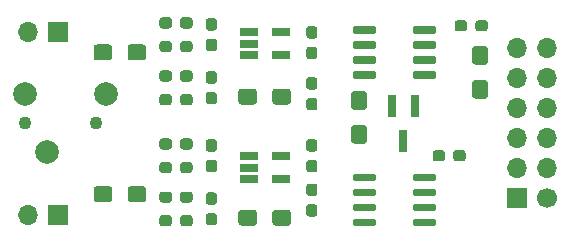
<source format=gbr>
%TF.GenerationSoftware,KiCad,Pcbnew,5.1.9*%
%TF.CreationDate,2021-01-26T07:43:01+03:00*%
%TF.ProjectId,dual-mcp3201-pmod,6475616c-2d6d-4637-9033-3230312d706d,rev?*%
%TF.SameCoordinates,PX4c4b400PY8583b00*%
%TF.FileFunction,Soldermask,Top*%
%TF.FilePolarity,Negative*%
%FSLAX46Y46*%
G04 Gerber Fmt 4.6, Leading zero omitted, Abs format (unit mm)*
G04 Created by KiCad (PCBNEW 5.1.9) date 2021-01-26 07:43:01*
%MOMM*%
%LPD*%
G01*
G04 APERTURE LIST*
%ADD10O,1.700000X1.700000*%
%ADD11R,1.700000X1.700000*%
%ADD12C,1.700000*%
%ADD13C,1.100000*%
%ADD14C,2.000000*%
%ADD15R,0.800000X1.900000*%
%ADD16R,1.560000X0.650000*%
G04 APERTURE END LIST*
D10*
%TO.C,X4*%
X2210000Y17750000D03*
D11*
X4750000Y17750000D03*
%TD*%
D10*
%TO.C,X3*%
X2210000Y2250000D03*
D11*
X4750000Y2250000D03*
%TD*%
%TO.C,C12*%
G36*
G01*
X26487500Y17175000D02*
X26012500Y17175000D01*
G75*
G02*
X25775000Y17412500I0J237500D01*
G01*
X25775000Y17987500D01*
G75*
G02*
X26012500Y18225000I237500J0D01*
G01*
X26487500Y18225000D01*
G75*
G02*
X26725000Y17987500I0J-237500D01*
G01*
X26725000Y17412500D01*
G75*
G02*
X26487500Y17175000I-237500J0D01*
G01*
G37*
G36*
G01*
X26487500Y15425000D02*
X26012500Y15425000D01*
G75*
G02*
X25775000Y15662500I0J237500D01*
G01*
X25775000Y16237500D01*
G75*
G02*
X26012500Y16475000I237500J0D01*
G01*
X26487500Y16475000D01*
G75*
G02*
X26725000Y16237500I0J-237500D01*
G01*
X26725000Y15662500D01*
G75*
G02*
X26487500Y15425000I-237500J0D01*
G01*
G37*
%TD*%
%TO.C,C11*%
G36*
G01*
X22900000Y11824999D02*
X22900000Y12675001D01*
G75*
G02*
X23149999Y12925000I249999J0D01*
G01*
X24225001Y12925000D01*
G75*
G02*
X24475000Y12675001I0J-249999D01*
G01*
X24475000Y11824999D01*
G75*
G02*
X24225001Y11575000I-249999J0D01*
G01*
X23149999Y11575000D01*
G75*
G02*
X22900000Y11824999I0J249999D01*
G01*
G37*
G36*
G01*
X20025000Y11824999D02*
X20025000Y12675001D01*
G75*
G02*
X20274999Y12925000I249999J0D01*
G01*
X21350001Y12925000D01*
G75*
G02*
X21600000Y12675001I0J-249999D01*
G01*
X21600000Y11824999D01*
G75*
G02*
X21350001Y11575000I-249999J0D01*
G01*
X20274999Y11575000D01*
G75*
G02*
X20025000Y11824999I0J249999D01*
G01*
G37*
%TD*%
%TO.C,C10*%
G36*
G01*
X14400000Y14237500D02*
X14400000Y13762500D01*
G75*
G02*
X14162500Y13525000I-237500J0D01*
G01*
X13587500Y13525000D01*
G75*
G02*
X13350000Y13762500I0J237500D01*
G01*
X13350000Y14237500D01*
G75*
G02*
X13587500Y14475000I237500J0D01*
G01*
X14162500Y14475000D01*
G75*
G02*
X14400000Y14237500I0J-237500D01*
G01*
G37*
G36*
G01*
X16150000Y14237500D02*
X16150000Y13762500D01*
G75*
G02*
X15912500Y13525000I-237500J0D01*
G01*
X15337500Y13525000D01*
G75*
G02*
X15100000Y13762500I0J237500D01*
G01*
X15100000Y14237500D01*
G75*
G02*
X15337500Y14475000I237500J0D01*
G01*
X15912500Y14475000D01*
G75*
G02*
X16150000Y14237500I0J-237500D01*
G01*
G37*
%TD*%
%TO.C,C9*%
G36*
G01*
X9350000Y16425001D02*
X9350000Y15574999D01*
G75*
G02*
X9100001Y15325000I-249999J0D01*
G01*
X8024999Y15325000D01*
G75*
G02*
X7775000Y15574999I0J249999D01*
G01*
X7775000Y16425001D01*
G75*
G02*
X8024999Y16675000I249999J0D01*
G01*
X9100001Y16675000D01*
G75*
G02*
X9350000Y16425001I0J-249999D01*
G01*
G37*
G36*
G01*
X12225000Y16425001D02*
X12225000Y15574999D01*
G75*
G02*
X11975001Y15325000I-249999J0D01*
G01*
X10899999Y15325000D01*
G75*
G02*
X10650000Y15574999I0J249999D01*
G01*
X10650000Y16425001D01*
G75*
G02*
X10899999Y16675000I249999J0D01*
G01*
X11975001Y16675000D01*
G75*
G02*
X12225000Y16425001I0J-249999D01*
G01*
G37*
%TD*%
%TO.C,C8*%
G36*
G01*
X17512500Y17150000D02*
X17987500Y17150000D01*
G75*
G02*
X18225000Y16912500I0J-237500D01*
G01*
X18225000Y16337500D01*
G75*
G02*
X17987500Y16100000I-237500J0D01*
G01*
X17512500Y16100000D01*
G75*
G02*
X17275000Y16337500I0J237500D01*
G01*
X17275000Y16912500D01*
G75*
G02*
X17512500Y17150000I237500J0D01*
G01*
G37*
G36*
G01*
X17512500Y18900000D02*
X17987500Y18900000D01*
G75*
G02*
X18225000Y18662500I0J-237500D01*
G01*
X18225000Y18087500D01*
G75*
G02*
X17987500Y17850000I-237500J0D01*
G01*
X17512500Y17850000D01*
G75*
G02*
X17275000Y18087500I0J237500D01*
G01*
X17275000Y18662500D01*
G75*
G02*
X17512500Y18900000I237500J0D01*
G01*
G37*
%TD*%
%TO.C,C7*%
G36*
G01*
X40074999Y13662500D02*
X40925001Y13662500D01*
G75*
G02*
X41175000Y13412501I0J-249999D01*
G01*
X41175000Y12337499D01*
G75*
G02*
X40925001Y12087500I-249999J0D01*
G01*
X40074999Y12087500D01*
G75*
G02*
X39825000Y12337499I0J249999D01*
G01*
X39825000Y13412501D01*
G75*
G02*
X40074999Y13662500I249999J0D01*
G01*
G37*
G36*
G01*
X40074999Y16537500D02*
X40925001Y16537500D01*
G75*
G02*
X41175000Y16287501I0J-249999D01*
G01*
X41175000Y15212499D01*
G75*
G02*
X40925001Y14962500I-249999J0D01*
G01*
X40074999Y14962500D01*
G75*
G02*
X39825000Y15212499I0J249999D01*
G01*
X39825000Y16287501D01*
G75*
G02*
X40074999Y16537500I249999J0D01*
G01*
G37*
%TD*%
%TO.C,C14*%
G36*
G01*
X29824999Y9850000D02*
X30675001Y9850000D01*
G75*
G02*
X30925000Y9600001I0J-249999D01*
G01*
X30925000Y8524999D01*
G75*
G02*
X30675001Y8275000I-249999J0D01*
G01*
X29824999Y8275000D01*
G75*
G02*
X29575000Y8524999I0J249999D01*
G01*
X29575000Y9600001D01*
G75*
G02*
X29824999Y9850000I249999J0D01*
G01*
G37*
G36*
G01*
X29824999Y12725000D02*
X30675001Y12725000D01*
G75*
G02*
X30925000Y12475001I0J-249999D01*
G01*
X30925000Y11399999D01*
G75*
G02*
X30675001Y11150000I-249999J0D01*
G01*
X29824999Y11150000D01*
G75*
G02*
X29575000Y11399999I0J249999D01*
G01*
X29575000Y12475001D01*
G75*
G02*
X29824999Y12725000I249999J0D01*
G01*
G37*
%TD*%
%TO.C,C6*%
G36*
G01*
X37525000Y7487500D02*
X37525000Y7012500D01*
G75*
G02*
X37287500Y6775000I-237500J0D01*
G01*
X36712500Y6775000D01*
G75*
G02*
X36475000Y7012500I0J237500D01*
G01*
X36475000Y7487500D01*
G75*
G02*
X36712500Y7725000I237500J0D01*
G01*
X37287500Y7725000D01*
G75*
G02*
X37525000Y7487500I0J-237500D01*
G01*
G37*
G36*
G01*
X39275000Y7487500D02*
X39275000Y7012500D01*
G75*
G02*
X39037500Y6775000I-237500J0D01*
G01*
X38462500Y6775000D01*
G75*
G02*
X38225000Y7012500I0J237500D01*
G01*
X38225000Y7487500D01*
G75*
G02*
X38462500Y7725000I237500J0D01*
G01*
X39037500Y7725000D01*
G75*
G02*
X39275000Y7487500I0J-237500D01*
G01*
G37*
%TD*%
D12*
%TO.C,X2*%
X46170000Y3650000D03*
D11*
X43630000Y3650000D03*
D10*
X46170000Y6190000D03*
X43630000Y6190000D03*
X46170000Y8730000D03*
X43630000Y8730000D03*
X46170000Y11270000D03*
X43630000Y11270000D03*
X46170000Y13810000D03*
X43630000Y13810000D03*
X46170000Y16350000D03*
X43630000Y16350000D03*
%TD*%
D13*
%TO.C,X1*%
X2000000Y10000000D03*
X8000000Y10000000D03*
D14*
X8800000Y12450000D03*
X3800000Y7550000D03*
X2000000Y12450000D03*
%TD*%
%TO.C,R10*%
G36*
G01*
X17512500Y12650000D02*
X17987500Y12650000D01*
G75*
G02*
X18225000Y12412500I0J-237500D01*
G01*
X18225000Y11837500D01*
G75*
G02*
X17987500Y11600000I-237500J0D01*
G01*
X17512500Y11600000D01*
G75*
G02*
X17275000Y11837500I0J237500D01*
G01*
X17275000Y12412500D01*
G75*
G02*
X17512500Y12650000I237500J0D01*
G01*
G37*
G36*
G01*
X17512500Y14400000D02*
X17987500Y14400000D01*
G75*
G02*
X18225000Y14162500I0J-237500D01*
G01*
X18225000Y13587500D01*
G75*
G02*
X17987500Y13350000I-237500J0D01*
G01*
X17512500Y13350000D01*
G75*
G02*
X17275000Y13587500I0J237500D01*
G01*
X17275000Y14162500D01*
G75*
G02*
X17512500Y14400000I237500J0D01*
G01*
G37*
%TD*%
%TO.C,R9*%
G36*
G01*
X15100000Y18262500D02*
X15100000Y18737500D01*
G75*
G02*
X15337500Y18975000I237500J0D01*
G01*
X15912500Y18975000D01*
G75*
G02*
X16150000Y18737500I0J-237500D01*
G01*
X16150000Y18262500D01*
G75*
G02*
X15912500Y18025000I-237500J0D01*
G01*
X15337500Y18025000D01*
G75*
G02*
X15100000Y18262500I0J237500D01*
G01*
G37*
G36*
G01*
X13350000Y18262500D02*
X13350000Y18737500D01*
G75*
G02*
X13587500Y18975000I237500J0D01*
G01*
X14162500Y18975000D01*
G75*
G02*
X14400000Y18737500I0J-237500D01*
G01*
X14400000Y18262500D01*
G75*
G02*
X14162500Y18025000I-237500J0D01*
G01*
X13587500Y18025000D01*
G75*
G02*
X13350000Y18262500I0J237500D01*
G01*
G37*
%TD*%
%TO.C,R8*%
G36*
G01*
X15100000Y11762500D02*
X15100000Y12237500D01*
G75*
G02*
X15337500Y12475000I237500J0D01*
G01*
X15912500Y12475000D01*
G75*
G02*
X16150000Y12237500I0J-237500D01*
G01*
X16150000Y11762500D01*
G75*
G02*
X15912500Y11525000I-237500J0D01*
G01*
X15337500Y11525000D01*
G75*
G02*
X15100000Y11762500I0J237500D01*
G01*
G37*
G36*
G01*
X13350000Y11762500D02*
X13350000Y12237500D01*
G75*
G02*
X13587500Y12475000I237500J0D01*
G01*
X14162500Y12475000D01*
G75*
G02*
X14400000Y12237500I0J-237500D01*
G01*
X14400000Y11762500D01*
G75*
G02*
X14162500Y11525000I-237500J0D01*
G01*
X13587500Y11525000D01*
G75*
G02*
X13350000Y11762500I0J237500D01*
G01*
G37*
%TD*%
%TO.C,R7*%
G36*
G01*
X26012500Y12150000D02*
X26487500Y12150000D01*
G75*
G02*
X26725000Y11912500I0J-237500D01*
G01*
X26725000Y11337500D01*
G75*
G02*
X26487500Y11100000I-237500J0D01*
G01*
X26012500Y11100000D01*
G75*
G02*
X25775000Y11337500I0J237500D01*
G01*
X25775000Y11912500D01*
G75*
G02*
X26012500Y12150000I237500J0D01*
G01*
G37*
G36*
G01*
X26012500Y13900000D02*
X26487500Y13900000D01*
G75*
G02*
X26725000Y13662500I0J-237500D01*
G01*
X26725000Y13087500D01*
G75*
G02*
X26487500Y12850000I-237500J0D01*
G01*
X26012500Y12850000D01*
G75*
G02*
X25775000Y13087500I0J237500D01*
G01*
X25775000Y13662500D01*
G75*
G02*
X26012500Y13900000I237500J0D01*
G01*
G37*
%TD*%
%TO.C,R6*%
G36*
G01*
X15100000Y16262500D02*
X15100000Y16737500D01*
G75*
G02*
X15337500Y16975000I237500J0D01*
G01*
X15912500Y16975000D01*
G75*
G02*
X16150000Y16737500I0J-237500D01*
G01*
X16150000Y16262500D01*
G75*
G02*
X15912500Y16025000I-237500J0D01*
G01*
X15337500Y16025000D01*
G75*
G02*
X15100000Y16262500I0J237500D01*
G01*
G37*
G36*
G01*
X13350000Y16262500D02*
X13350000Y16737500D01*
G75*
G02*
X13587500Y16975000I237500J0D01*
G01*
X14162500Y16975000D01*
G75*
G02*
X14400000Y16737500I0J-237500D01*
G01*
X14400000Y16262500D01*
G75*
G02*
X14162500Y16025000I-237500J0D01*
G01*
X13587500Y16025000D01*
G75*
G02*
X13350000Y16262500I0J237500D01*
G01*
G37*
%TD*%
%TO.C,R5*%
G36*
G01*
X17512500Y2400000D02*
X17987500Y2400000D01*
G75*
G02*
X18225000Y2162500I0J-237500D01*
G01*
X18225000Y1587500D01*
G75*
G02*
X17987500Y1350000I-237500J0D01*
G01*
X17512500Y1350000D01*
G75*
G02*
X17275000Y1587500I0J237500D01*
G01*
X17275000Y2162500D01*
G75*
G02*
X17512500Y2400000I237500J0D01*
G01*
G37*
G36*
G01*
X17512500Y4150000D02*
X17987500Y4150000D01*
G75*
G02*
X18225000Y3912500I0J-237500D01*
G01*
X18225000Y3337500D01*
G75*
G02*
X17987500Y3100000I-237500J0D01*
G01*
X17512500Y3100000D01*
G75*
G02*
X17275000Y3337500I0J237500D01*
G01*
X17275000Y3912500D01*
G75*
G02*
X17512500Y4150000I237500J0D01*
G01*
G37*
%TD*%
%TO.C,R4*%
G36*
G01*
X15100000Y8012500D02*
X15100000Y8487500D01*
G75*
G02*
X15337500Y8725000I237500J0D01*
G01*
X15912500Y8725000D01*
G75*
G02*
X16150000Y8487500I0J-237500D01*
G01*
X16150000Y8012500D01*
G75*
G02*
X15912500Y7775000I-237500J0D01*
G01*
X15337500Y7775000D01*
G75*
G02*
X15100000Y8012500I0J237500D01*
G01*
G37*
G36*
G01*
X13350000Y8012500D02*
X13350000Y8487500D01*
G75*
G02*
X13587500Y8725000I237500J0D01*
G01*
X14162500Y8725000D01*
G75*
G02*
X14400000Y8487500I0J-237500D01*
G01*
X14400000Y8012500D01*
G75*
G02*
X14162500Y7775000I-237500J0D01*
G01*
X13587500Y7775000D01*
G75*
G02*
X13350000Y8012500I0J237500D01*
G01*
G37*
%TD*%
%TO.C,R3*%
G36*
G01*
X15100000Y1512500D02*
X15100000Y1987500D01*
G75*
G02*
X15337500Y2225000I237500J0D01*
G01*
X15912500Y2225000D01*
G75*
G02*
X16150000Y1987500I0J-237500D01*
G01*
X16150000Y1512500D01*
G75*
G02*
X15912500Y1275000I-237500J0D01*
G01*
X15337500Y1275000D01*
G75*
G02*
X15100000Y1512500I0J237500D01*
G01*
G37*
G36*
G01*
X13350000Y1512500D02*
X13350000Y1987500D01*
G75*
G02*
X13587500Y2225000I237500J0D01*
G01*
X14162500Y2225000D01*
G75*
G02*
X14400000Y1987500I0J-237500D01*
G01*
X14400000Y1512500D01*
G75*
G02*
X14162500Y1275000I-237500J0D01*
G01*
X13587500Y1275000D01*
G75*
G02*
X13350000Y1512500I0J237500D01*
G01*
G37*
%TD*%
%TO.C,R2*%
G36*
G01*
X26487500Y3850000D02*
X26012500Y3850000D01*
G75*
G02*
X25775000Y4087500I0J237500D01*
G01*
X25775000Y4662500D01*
G75*
G02*
X26012500Y4900000I237500J0D01*
G01*
X26487500Y4900000D01*
G75*
G02*
X26725000Y4662500I0J-237500D01*
G01*
X26725000Y4087500D01*
G75*
G02*
X26487500Y3850000I-237500J0D01*
G01*
G37*
G36*
G01*
X26487500Y2100000D02*
X26012500Y2100000D01*
G75*
G02*
X25775000Y2337500I0J237500D01*
G01*
X25775000Y2912500D01*
G75*
G02*
X26012500Y3150000I237500J0D01*
G01*
X26487500Y3150000D01*
G75*
G02*
X26725000Y2912500I0J-237500D01*
G01*
X26725000Y2337500D01*
G75*
G02*
X26487500Y2100000I-237500J0D01*
G01*
G37*
%TD*%
%TO.C,R1*%
G36*
G01*
X15100000Y6012500D02*
X15100000Y6487500D01*
G75*
G02*
X15337500Y6725000I237500J0D01*
G01*
X15912500Y6725000D01*
G75*
G02*
X16150000Y6487500I0J-237500D01*
G01*
X16150000Y6012500D01*
G75*
G02*
X15912500Y5775000I-237500J0D01*
G01*
X15337500Y5775000D01*
G75*
G02*
X15100000Y6012500I0J237500D01*
G01*
G37*
G36*
G01*
X13350000Y6012500D02*
X13350000Y6487500D01*
G75*
G02*
X13587500Y6725000I237500J0D01*
G01*
X14162500Y6725000D01*
G75*
G02*
X14400000Y6487500I0J-237500D01*
G01*
X14400000Y6012500D01*
G75*
G02*
X14162500Y5775000I-237500J0D01*
G01*
X13587500Y5775000D01*
G75*
G02*
X13350000Y6012500I0J237500D01*
G01*
G37*
%TD*%
D15*
%TO.C,D5*%
X34000000Y8500000D03*
X33050000Y11500000D03*
X34950000Y11500000D03*
%TD*%
%TO.C,D4*%
G36*
G01*
X34800000Y17742500D02*
X34800000Y18067500D01*
G75*
G02*
X34962500Y18230000I162500J0D01*
G01*
X36612500Y18230000D01*
G75*
G02*
X36775000Y18067500I0J-162500D01*
G01*
X36775000Y17742500D01*
G75*
G02*
X36612500Y17580000I-162500J0D01*
G01*
X34962500Y17580000D01*
G75*
G02*
X34800000Y17742500I0J162500D01*
G01*
G37*
G36*
G01*
X34800000Y16472500D02*
X34800000Y16797500D01*
G75*
G02*
X34962500Y16960000I162500J0D01*
G01*
X36612500Y16960000D01*
G75*
G02*
X36775000Y16797500I0J-162500D01*
G01*
X36775000Y16472500D01*
G75*
G02*
X36612500Y16310000I-162500J0D01*
G01*
X34962500Y16310000D01*
G75*
G02*
X34800000Y16472500I0J162500D01*
G01*
G37*
G36*
G01*
X34800000Y15202500D02*
X34800000Y15527500D01*
G75*
G02*
X34962500Y15690000I162500J0D01*
G01*
X36612500Y15690000D01*
G75*
G02*
X36775000Y15527500I0J-162500D01*
G01*
X36775000Y15202500D01*
G75*
G02*
X36612500Y15040000I-162500J0D01*
G01*
X34962500Y15040000D01*
G75*
G02*
X34800000Y15202500I0J162500D01*
G01*
G37*
G36*
G01*
X34800000Y13932500D02*
X34800000Y14257500D01*
G75*
G02*
X34962500Y14420000I162500J0D01*
G01*
X36612500Y14420000D01*
G75*
G02*
X36775000Y14257500I0J-162500D01*
G01*
X36775000Y13932500D01*
G75*
G02*
X36612500Y13770000I-162500J0D01*
G01*
X34962500Y13770000D01*
G75*
G02*
X34800000Y13932500I0J162500D01*
G01*
G37*
G36*
G01*
X29725000Y13932500D02*
X29725000Y14257500D01*
G75*
G02*
X29887500Y14420000I162500J0D01*
G01*
X31537500Y14420000D01*
G75*
G02*
X31700000Y14257500I0J-162500D01*
G01*
X31700000Y13932500D01*
G75*
G02*
X31537500Y13770000I-162500J0D01*
G01*
X29887500Y13770000D01*
G75*
G02*
X29725000Y13932500I0J162500D01*
G01*
G37*
G36*
G01*
X29725000Y15202500D02*
X29725000Y15527500D01*
G75*
G02*
X29887500Y15690000I162500J0D01*
G01*
X31537500Y15690000D01*
G75*
G02*
X31700000Y15527500I0J-162500D01*
G01*
X31700000Y15202500D01*
G75*
G02*
X31537500Y15040000I-162500J0D01*
G01*
X29887500Y15040000D01*
G75*
G02*
X29725000Y15202500I0J162500D01*
G01*
G37*
G36*
G01*
X29725000Y16472500D02*
X29725000Y16797500D01*
G75*
G02*
X29887500Y16960000I162500J0D01*
G01*
X31537500Y16960000D01*
G75*
G02*
X31700000Y16797500I0J-162500D01*
G01*
X31700000Y16472500D01*
G75*
G02*
X31537500Y16310000I-162500J0D01*
G01*
X29887500Y16310000D01*
G75*
G02*
X29725000Y16472500I0J162500D01*
G01*
G37*
G36*
G01*
X29725000Y17742500D02*
X29725000Y18067500D01*
G75*
G02*
X29887500Y18230000I162500J0D01*
G01*
X31537500Y18230000D01*
G75*
G02*
X31700000Y18067500I0J-162500D01*
G01*
X31700000Y17742500D01*
G75*
G02*
X31537500Y17580000I-162500J0D01*
G01*
X29887500Y17580000D01*
G75*
G02*
X29725000Y17742500I0J162500D01*
G01*
G37*
%TD*%
D16*
%TO.C,D3*%
X23600000Y17700000D03*
X23600000Y15800000D03*
X20900000Y15800000D03*
X20900000Y16750000D03*
X20900000Y17700000D03*
%TD*%
%TO.C,D2*%
G36*
G01*
X34800000Y5242500D02*
X34800000Y5567500D01*
G75*
G02*
X34962500Y5730000I162500J0D01*
G01*
X36612500Y5730000D01*
G75*
G02*
X36775000Y5567500I0J-162500D01*
G01*
X36775000Y5242500D01*
G75*
G02*
X36612500Y5080000I-162500J0D01*
G01*
X34962500Y5080000D01*
G75*
G02*
X34800000Y5242500I0J162500D01*
G01*
G37*
G36*
G01*
X34800000Y3972500D02*
X34800000Y4297500D01*
G75*
G02*
X34962500Y4460000I162500J0D01*
G01*
X36612500Y4460000D01*
G75*
G02*
X36775000Y4297500I0J-162500D01*
G01*
X36775000Y3972500D01*
G75*
G02*
X36612500Y3810000I-162500J0D01*
G01*
X34962500Y3810000D01*
G75*
G02*
X34800000Y3972500I0J162500D01*
G01*
G37*
G36*
G01*
X34800000Y2702500D02*
X34800000Y3027500D01*
G75*
G02*
X34962500Y3190000I162500J0D01*
G01*
X36612500Y3190000D01*
G75*
G02*
X36775000Y3027500I0J-162500D01*
G01*
X36775000Y2702500D01*
G75*
G02*
X36612500Y2540000I-162500J0D01*
G01*
X34962500Y2540000D01*
G75*
G02*
X34800000Y2702500I0J162500D01*
G01*
G37*
G36*
G01*
X34800000Y1432500D02*
X34800000Y1757500D01*
G75*
G02*
X34962500Y1920000I162500J0D01*
G01*
X36612500Y1920000D01*
G75*
G02*
X36775000Y1757500I0J-162500D01*
G01*
X36775000Y1432500D01*
G75*
G02*
X36612500Y1270000I-162500J0D01*
G01*
X34962500Y1270000D01*
G75*
G02*
X34800000Y1432500I0J162500D01*
G01*
G37*
G36*
G01*
X29725000Y1432500D02*
X29725000Y1757500D01*
G75*
G02*
X29887500Y1920000I162500J0D01*
G01*
X31537500Y1920000D01*
G75*
G02*
X31700000Y1757500I0J-162500D01*
G01*
X31700000Y1432500D01*
G75*
G02*
X31537500Y1270000I-162500J0D01*
G01*
X29887500Y1270000D01*
G75*
G02*
X29725000Y1432500I0J162500D01*
G01*
G37*
G36*
G01*
X29725000Y2702500D02*
X29725000Y3027500D01*
G75*
G02*
X29887500Y3190000I162500J0D01*
G01*
X31537500Y3190000D01*
G75*
G02*
X31700000Y3027500I0J-162500D01*
G01*
X31700000Y2702500D01*
G75*
G02*
X31537500Y2540000I-162500J0D01*
G01*
X29887500Y2540000D01*
G75*
G02*
X29725000Y2702500I0J162500D01*
G01*
G37*
G36*
G01*
X29725000Y3972500D02*
X29725000Y4297500D01*
G75*
G02*
X29887500Y4460000I162500J0D01*
G01*
X31537500Y4460000D01*
G75*
G02*
X31700000Y4297500I0J-162500D01*
G01*
X31700000Y3972500D01*
G75*
G02*
X31537500Y3810000I-162500J0D01*
G01*
X29887500Y3810000D01*
G75*
G02*
X29725000Y3972500I0J162500D01*
G01*
G37*
G36*
G01*
X29725000Y5242500D02*
X29725000Y5567500D01*
G75*
G02*
X29887500Y5730000I162500J0D01*
G01*
X31537500Y5730000D01*
G75*
G02*
X31700000Y5567500I0J-162500D01*
G01*
X31700000Y5242500D01*
G75*
G02*
X31537500Y5080000I-162500J0D01*
G01*
X29887500Y5080000D01*
G75*
G02*
X29725000Y5242500I0J162500D01*
G01*
G37*
%TD*%
%TO.C,D1*%
X23600000Y7200000D03*
X23600000Y5300000D03*
X20900000Y5300000D03*
X20900000Y6250000D03*
X20900000Y7200000D03*
%TD*%
%TO.C,C13*%
G36*
G01*
X39400000Y18487500D02*
X39400000Y18012500D01*
G75*
G02*
X39162500Y17775000I-237500J0D01*
G01*
X38587500Y17775000D01*
G75*
G02*
X38350000Y18012500I0J237500D01*
G01*
X38350000Y18487500D01*
G75*
G02*
X38587500Y18725000I237500J0D01*
G01*
X39162500Y18725000D01*
G75*
G02*
X39400000Y18487500I0J-237500D01*
G01*
G37*
G36*
G01*
X41150000Y18487500D02*
X41150000Y18012500D01*
G75*
G02*
X40912500Y17775000I-237500J0D01*
G01*
X40337500Y17775000D01*
G75*
G02*
X40100000Y18012500I0J237500D01*
G01*
X40100000Y18487500D01*
G75*
G02*
X40337500Y18725000I237500J0D01*
G01*
X40912500Y18725000D01*
G75*
G02*
X41150000Y18487500I0J-237500D01*
G01*
G37*
%TD*%
%TO.C,C5*%
G36*
G01*
X26012500Y6900000D02*
X26487500Y6900000D01*
G75*
G02*
X26725000Y6662500I0J-237500D01*
G01*
X26725000Y6087500D01*
G75*
G02*
X26487500Y5850000I-237500J0D01*
G01*
X26012500Y5850000D01*
G75*
G02*
X25775000Y6087500I0J237500D01*
G01*
X25775000Y6662500D01*
G75*
G02*
X26012500Y6900000I237500J0D01*
G01*
G37*
G36*
G01*
X26012500Y8650000D02*
X26487500Y8650000D01*
G75*
G02*
X26725000Y8412500I0J-237500D01*
G01*
X26725000Y7837500D01*
G75*
G02*
X26487500Y7600000I-237500J0D01*
G01*
X26012500Y7600000D01*
G75*
G02*
X25775000Y7837500I0J237500D01*
G01*
X25775000Y8412500D01*
G75*
G02*
X26012500Y8650000I237500J0D01*
G01*
G37*
%TD*%
%TO.C,C4*%
G36*
G01*
X22900000Y1574999D02*
X22900000Y2425001D01*
G75*
G02*
X23149999Y2675000I249999J0D01*
G01*
X24225001Y2675000D01*
G75*
G02*
X24475000Y2425001I0J-249999D01*
G01*
X24475000Y1574999D01*
G75*
G02*
X24225001Y1325000I-249999J0D01*
G01*
X23149999Y1325000D01*
G75*
G02*
X22900000Y1574999I0J249999D01*
G01*
G37*
G36*
G01*
X20025000Y1574999D02*
X20025000Y2425001D01*
G75*
G02*
X20274999Y2675000I249999J0D01*
G01*
X21350001Y2675000D01*
G75*
G02*
X21600000Y2425001I0J-249999D01*
G01*
X21600000Y1574999D01*
G75*
G02*
X21350001Y1325000I-249999J0D01*
G01*
X20274999Y1325000D01*
G75*
G02*
X20025000Y1574999I0J249999D01*
G01*
G37*
%TD*%
%TO.C,C3*%
G36*
G01*
X14400000Y3987500D02*
X14400000Y3512500D01*
G75*
G02*
X14162500Y3275000I-237500J0D01*
G01*
X13587500Y3275000D01*
G75*
G02*
X13350000Y3512500I0J237500D01*
G01*
X13350000Y3987500D01*
G75*
G02*
X13587500Y4225000I237500J0D01*
G01*
X14162500Y4225000D01*
G75*
G02*
X14400000Y3987500I0J-237500D01*
G01*
G37*
G36*
G01*
X16150000Y3987500D02*
X16150000Y3512500D01*
G75*
G02*
X15912500Y3275000I-237500J0D01*
G01*
X15337500Y3275000D01*
G75*
G02*
X15100000Y3512500I0J237500D01*
G01*
X15100000Y3987500D01*
G75*
G02*
X15337500Y4225000I237500J0D01*
G01*
X15912500Y4225000D01*
G75*
G02*
X16150000Y3987500I0J-237500D01*
G01*
G37*
%TD*%
%TO.C,C2*%
G36*
G01*
X9350000Y4425001D02*
X9350000Y3574999D01*
G75*
G02*
X9100001Y3325000I-249999J0D01*
G01*
X8024999Y3325000D01*
G75*
G02*
X7775000Y3574999I0J249999D01*
G01*
X7775000Y4425001D01*
G75*
G02*
X8024999Y4675000I249999J0D01*
G01*
X9100001Y4675000D01*
G75*
G02*
X9350000Y4425001I0J-249999D01*
G01*
G37*
G36*
G01*
X12225000Y4425001D02*
X12225000Y3574999D01*
G75*
G02*
X11975001Y3325000I-249999J0D01*
G01*
X10899999Y3325000D01*
G75*
G02*
X10650000Y3574999I0J249999D01*
G01*
X10650000Y4425001D01*
G75*
G02*
X10899999Y4675000I249999J0D01*
G01*
X11975001Y4675000D01*
G75*
G02*
X12225000Y4425001I0J-249999D01*
G01*
G37*
%TD*%
%TO.C,C1*%
G36*
G01*
X17512500Y6900000D02*
X17987500Y6900000D01*
G75*
G02*
X18225000Y6662500I0J-237500D01*
G01*
X18225000Y6087500D01*
G75*
G02*
X17987500Y5850000I-237500J0D01*
G01*
X17512500Y5850000D01*
G75*
G02*
X17275000Y6087500I0J237500D01*
G01*
X17275000Y6662500D01*
G75*
G02*
X17512500Y6900000I237500J0D01*
G01*
G37*
G36*
G01*
X17512500Y8650000D02*
X17987500Y8650000D01*
G75*
G02*
X18225000Y8412500I0J-237500D01*
G01*
X18225000Y7837500D01*
G75*
G02*
X17987500Y7600000I-237500J0D01*
G01*
X17512500Y7600000D01*
G75*
G02*
X17275000Y7837500I0J237500D01*
G01*
X17275000Y8412500D01*
G75*
G02*
X17512500Y8650000I237500J0D01*
G01*
G37*
%TD*%
M02*

</source>
